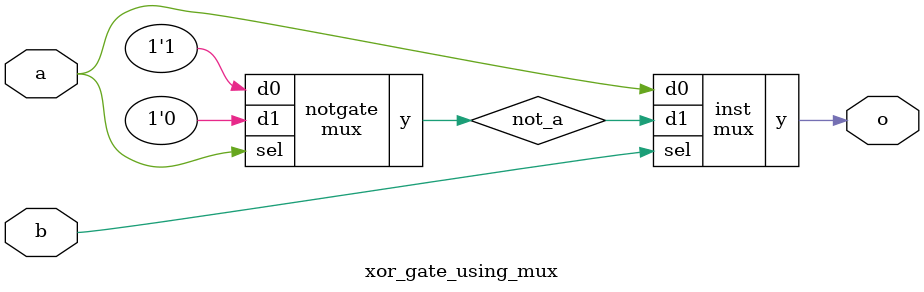
<source format=sv>

module mux
(
  input  d0, d1,
  input  sel,
  output y
);

  assign y = sel ? d1 : d0;

endmodule

//----------------------------------------------------------------------------
// Task
//----------------------------------------------------------------------------

module xor_gate_using_mux
(
    input  a,
    input  b,
    output o
);

  // Task:
  // Implement xor gate using instance(s) of mux,
  // constants 0 and 1, and wire connections

  mux notgate(
    .d0(1'b1),
    .d1(1'b0),
    .sel(a),
    .y(not_a)
  );
  mux inst(
    .d0(a),
    .d1(not_a),
    .sel(b),
    .y(o)
  );




endmodule

</source>
